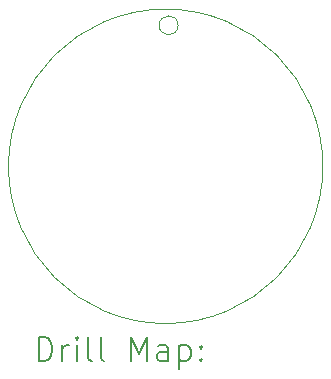
<source format=gbr>
%TF.GenerationSoftware,KiCad,Pcbnew,7.0.10*%
%TF.CreationDate,2024-09-02T03:13:41+05:30*%
%TF.ProjectId,Ki-demo,4b692d64-656d-46f2-9e6b-696361645f70,rev?*%
%TF.SameCoordinates,Original*%
%TF.FileFunction,Drillmap*%
%TF.FilePolarity,Positive*%
%FSLAX45Y45*%
G04 Gerber Fmt 4.5, Leading zero omitted, Abs format (unit mm)*
G04 Created by KiCad (PCBNEW 7.0.10) date 2024-09-02 03:13:41*
%MOMM*%
%LPD*%
G01*
G04 APERTURE LIST*
%ADD10C,0.100000*%
%ADD11C,0.200000*%
G04 APERTURE END LIST*
D10*
X9249722Y-4216400D02*
G75*
G03*
X9089078Y-4216400I-80322J0D01*
G01*
X9089078Y-4216400D02*
G75*
G03*
X9249722Y-4216400I80322J0D01*
G01*
X10474776Y-5410200D02*
G75*
G03*
X7813224Y-5410200I-1330776J0D01*
G01*
X7813224Y-5410200D02*
G75*
G03*
X10474776Y-5410200I1330776J0D01*
G01*
D11*
X8069001Y-7057460D02*
X8069001Y-6857460D01*
X8069001Y-6857460D02*
X8116620Y-6857460D01*
X8116620Y-6857460D02*
X8145191Y-6866983D01*
X8145191Y-6866983D02*
X8164239Y-6886031D01*
X8164239Y-6886031D02*
X8173763Y-6905079D01*
X8173763Y-6905079D02*
X8183287Y-6943174D01*
X8183287Y-6943174D02*
X8183287Y-6971745D01*
X8183287Y-6971745D02*
X8173763Y-7009840D01*
X8173763Y-7009840D02*
X8164239Y-7028888D01*
X8164239Y-7028888D02*
X8145191Y-7047936D01*
X8145191Y-7047936D02*
X8116620Y-7057460D01*
X8116620Y-7057460D02*
X8069001Y-7057460D01*
X8269001Y-7057460D02*
X8269001Y-6924126D01*
X8269001Y-6962221D02*
X8278525Y-6943174D01*
X8278525Y-6943174D02*
X8288049Y-6933650D01*
X8288049Y-6933650D02*
X8307096Y-6924126D01*
X8307096Y-6924126D02*
X8326144Y-6924126D01*
X8392811Y-7057460D02*
X8392811Y-6924126D01*
X8392811Y-6857460D02*
X8383287Y-6866983D01*
X8383287Y-6866983D02*
X8392811Y-6876507D01*
X8392811Y-6876507D02*
X8402334Y-6866983D01*
X8402334Y-6866983D02*
X8392811Y-6857460D01*
X8392811Y-6857460D02*
X8392811Y-6876507D01*
X8516620Y-7057460D02*
X8497572Y-7047936D01*
X8497572Y-7047936D02*
X8488049Y-7028888D01*
X8488049Y-7028888D02*
X8488049Y-6857460D01*
X8621382Y-7057460D02*
X8602334Y-7047936D01*
X8602334Y-7047936D02*
X8592811Y-7028888D01*
X8592811Y-7028888D02*
X8592811Y-6857460D01*
X8849953Y-7057460D02*
X8849953Y-6857460D01*
X8849953Y-6857460D02*
X8916620Y-7000317D01*
X8916620Y-7000317D02*
X8983287Y-6857460D01*
X8983287Y-6857460D02*
X8983287Y-7057460D01*
X9164239Y-7057460D02*
X9164239Y-6952698D01*
X9164239Y-6952698D02*
X9154715Y-6933650D01*
X9154715Y-6933650D02*
X9135668Y-6924126D01*
X9135668Y-6924126D02*
X9097572Y-6924126D01*
X9097572Y-6924126D02*
X9078525Y-6933650D01*
X9164239Y-7047936D02*
X9145192Y-7057460D01*
X9145192Y-7057460D02*
X9097572Y-7057460D01*
X9097572Y-7057460D02*
X9078525Y-7047936D01*
X9078525Y-7047936D02*
X9069001Y-7028888D01*
X9069001Y-7028888D02*
X9069001Y-7009840D01*
X9069001Y-7009840D02*
X9078525Y-6990793D01*
X9078525Y-6990793D02*
X9097572Y-6981269D01*
X9097572Y-6981269D02*
X9145192Y-6981269D01*
X9145192Y-6981269D02*
X9164239Y-6971745D01*
X9259477Y-6924126D02*
X9259477Y-7124126D01*
X9259477Y-6933650D02*
X9278525Y-6924126D01*
X9278525Y-6924126D02*
X9316620Y-6924126D01*
X9316620Y-6924126D02*
X9335668Y-6933650D01*
X9335668Y-6933650D02*
X9345192Y-6943174D01*
X9345192Y-6943174D02*
X9354715Y-6962221D01*
X9354715Y-6962221D02*
X9354715Y-7019364D01*
X9354715Y-7019364D02*
X9345192Y-7038412D01*
X9345192Y-7038412D02*
X9335668Y-7047936D01*
X9335668Y-7047936D02*
X9316620Y-7057460D01*
X9316620Y-7057460D02*
X9278525Y-7057460D01*
X9278525Y-7057460D02*
X9259477Y-7047936D01*
X9440430Y-7038412D02*
X9449953Y-7047936D01*
X9449953Y-7047936D02*
X9440430Y-7057460D01*
X9440430Y-7057460D02*
X9430906Y-7047936D01*
X9430906Y-7047936D02*
X9440430Y-7038412D01*
X9440430Y-7038412D02*
X9440430Y-7057460D01*
X9440430Y-6933650D02*
X9449953Y-6943174D01*
X9449953Y-6943174D02*
X9440430Y-6952698D01*
X9440430Y-6952698D02*
X9430906Y-6943174D01*
X9430906Y-6943174D02*
X9440430Y-6933650D01*
X9440430Y-6933650D02*
X9440430Y-6952698D01*
M02*

</source>
